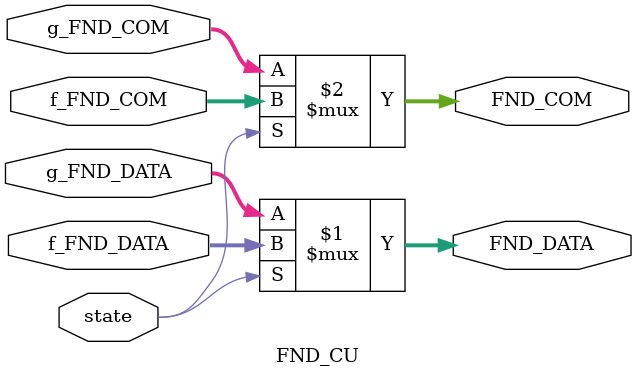
<source format=v>
`timescale 1ns / 1ps

module TOP(
    input clk,
    input [1:0] motor_direction,//sw3, sw2
    input reset,//btnl
    input BTNC,
    input BTNU,
    input BTND,
    output o_run,
    output [3:0] o_state,
    output [1:0] in1_in2,
    output [7:0] fnd_data,
    output [3:0] fnd_com
);
    wire w_BTNC, w_BTNU, w_BTND;
    wire [$clog2(1000):0] w_sec;

    assign in1_in2 = motor_direction;

    debounce U_BTNC_DEBOUNCE (
        .clk(clk),
        .i_btn(BTNC),
        .o_btn(w_BTNC)
    );

    debounce U_BTNU_DEBOUNCE (
        .clk(clk),
        .i_btn(BTNU),
        .o_btn(w_BTNU)
    );

    debounce U_BTND_DEBOUNCE (
        .clk(clk),
        .i_btn(BTND),
        .o_btn(w_BTND)
    );
    wire finish;

    microwave U_MICROWAVE(
        .clk(clk),
        .BTNC(w_BTNC),
        .BTNU(w_BTNU),
        .BTND(w_BTND),
        .finish(finish),
        .o_sec(w_sec), // FND에 연결할 예정
        .o_run(o_run),
        .o_state(o_state)
    );

    wire [7:0] g_fnd_data, f_fnd_data;
    wire [3:0] g_fnd_com, f_fnd_com;

    FND_CTRL U_FND (
        .clk(clk),
        .reset(reset),
        .count_data(w_sec),
        .fnd_data(g_fnd_data),
        .fnd_com(g_fnd_com)
    );

    FND_FINISH U_FND_FINISH (
        .clk(clk),
        .reset(reset),
        .state(o_state[3]),
        .fnd_data(f_fnd_data),
        .fnd_com(f_fnd_com),
        .finish(finish)
    );

    FND_CU U_FND_CTRL (
        .state(o_state[3]),
        .g_FND_DATA(g_fnd_data),
        .g_FND_COM(g_fnd_com),
        .f_FND_DATA(f_fnd_data),
        .f_FND_COM(f_fnd_com),
        .FND_DATA(fnd_data),
        .FND_COM(fnd_com)
    );
endmodule

module FND_CU(
    input state,
    input [7:0] g_FND_DATA,
    input [3:0] g_FND_COM,
    input [7:0] f_FND_DATA,
    input [3:0] f_FND_COM,
    output [7:0] FND_DATA,
    output [3:0] FND_COM
);
    assign FND_DATA = (state)?f_FND_DATA:g_FND_DATA;
    assign FND_COM = (state)?f_FND_COM:g_FND_COM;
endmodule

</source>
